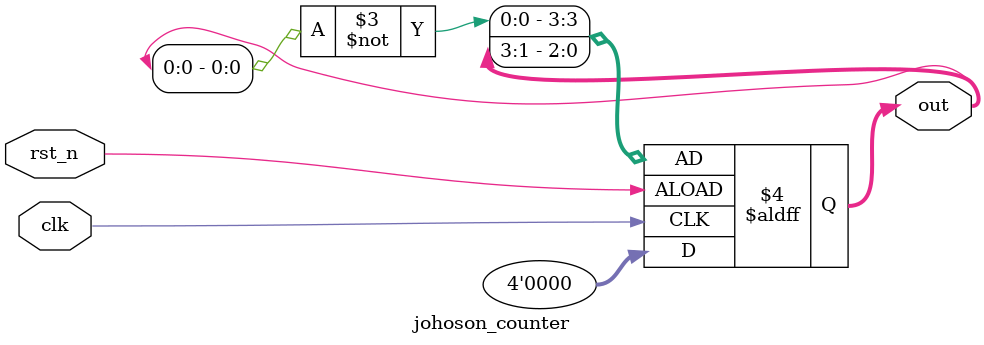
<source format=v>
`timescale 1ns / 1ps

//when we add some signals
//if we choose to save.
//clear all the information
module johoson_counter(
input clk,rst_n,output reg[3:0]out
    );
    always @(posedge clk,posedge rst_n)
    begin
    if(~rst_n)out=4'b0;
    else out={~out[0],out[3:1]};
    end
endmodule

</source>
